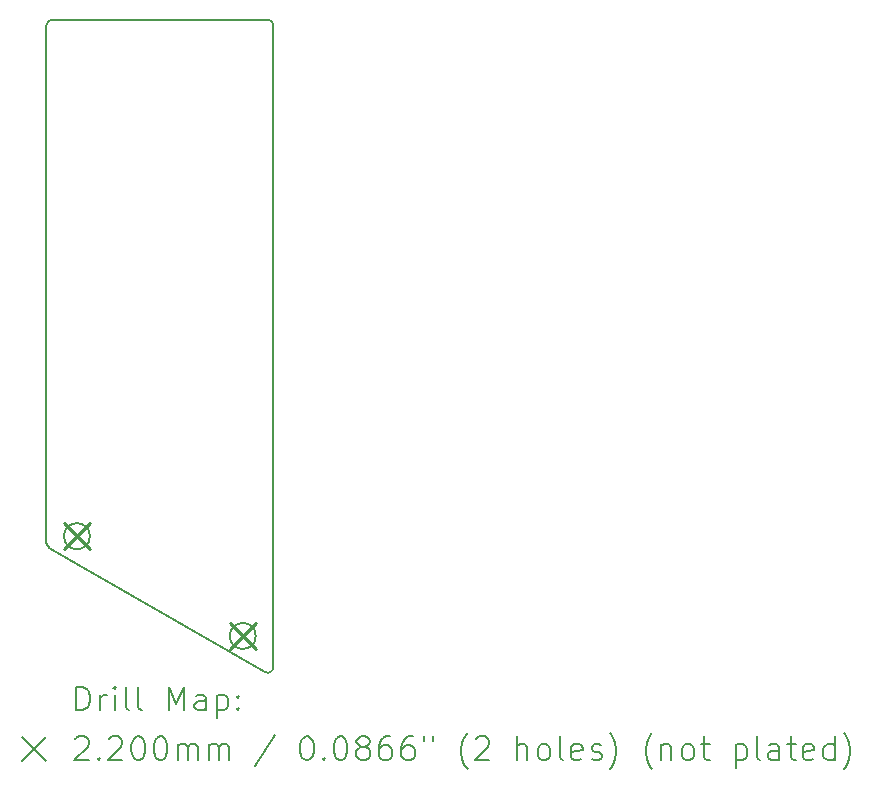
<source format=gbr>
%TF.GenerationSoftware,KiCad,Pcbnew,8.0.8+1*%
%TF.CreationDate,2025-07-09T06:01:45+00:00*%
%TF.ProjectId,controller_overlay,636f6e74-726f-46c6-9c65-725f6f766572,0.2*%
%TF.SameCoordinates,Original*%
%TF.FileFunction,Drillmap*%
%TF.FilePolarity,Positive*%
%FSLAX45Y45*%
G04 Gerber Fmt 4.5, Leading zero omitted, Abs format (unit mm)*
G04 Created by KiCad (PCBNEW 8.0.8+1) date 2025-07-09 06:01:45*
%MOMM*%
%LPD*%
G01*
G04 APERTURE LIST*
%ADD10C,0.150000*%
%ADD11C,0.200000*%
%ADD12C,0.220000*%
G04 APERTURE END LIST*
D10*
X20234800Y-10097815D02*
X20234800Y-5720250D01*
X20284800Y-5670250D02*
X22106800Y-5670250D01*
X22156800Y-5720250D02*
X22156800Y-11149748D01*
X22081800Y-11193049D02*
X20259800Y-10141117D01*
X20234800Y-5720250D02*
G75*
G02*
X20284800Y-5670250I50000J0D01*
G01*
X22106800Y-5670250D02*
G75*
G02*
X22156800Y-5720250I0J-50000D01*
G01*
X22156800Y-11149748D02*
G75*
G02*
X22081801Y-11193048I-50000J2D01*
G01*
X20259800Y-10141117D02*
G75*
G02*
X20234804Y-10097815I25000J43297D01*
G01*
X20602700Y-10043850D02*
G75*
G02*
X20382700Y-10043850I-110000J0D01*
G01*
X20382700Y-10043850D02*
G75*
G02*
X20602700Y-10043850I110000J0D01*
G01*
X22006900Y-10888250D02*
G75*
G02*
X21786900Y-10888250I-110000J0D01*
G01*
X21786900Y-10888250D02*
G75*
G02*
X22006900Y-10888250I110000J0D01*
G01*
D11*
D12*
X20382700Y-9933850D02*
X20602700Y-10153850D01*
X20602700Y-9933850D02*
X20382700Y-10153850D01*
X21786900Y-10778250D02*
X22006900Y-10998250D01*
X22006900Y-10778250D02*
X21786900Y-10998250D01*
D11*
X20488077Y-11518730D02*
X20488077Y-11318730D01*
X20488077Y-11318730D02*
X20535696Y-11318730D01*
X20535696Y-11318730D02*
X20564267Y-11328253D01*
X20564267Y-11328253D02*
X20583315Y-11347301D01*
X20583315Y-11347301D02*
X20592839Y-11366349D01*
X20592839Y-11366349D02*
X20602363Y-11404444D01*
X20602363Y-11404444D02*
X20602363Y-11433015D01*
X20602363Y-11433015D02*
X20592839Y-11471111D01*
X20592839Y-11471111D02*
X20583315Y-11490158D01*
X20583315Y-11490158D02*
X20564267Y-11509206D01*
X20564267Y-11509206D02*
X20535696Y-11518730D01*
X20535696Y-11518730D02*
X20488077Y-11518730D01*
X20688077Y-11518730D02*
X20688077Y-11385396D01*
X20688077Y-11423492D02*
X20697601Y-11404444D01*
X20697601Y-11404444D02*
X20707124Y-11394920D01*
X20707124Y-11394920D02*
X20726172Y-11385396D01*
X20726172Y-11385396D02*
X20745220Y-11385396D01*
X20811886Y-11518730D02*
X20811886Y-11385396D01*
X20811886Y-11318730D02*
X20802363Y-11328253D01*
X20802363Y-11328253D02*
X20811886Y-11337777D01*
X20811886Y-11337777D02*
X20821410Y-11328253D01*
X20821410Y-11328253D02*
X20811886Y-11318730D01*
X20811886Y-11318730D02*
X20811886Y-11337777D01*
X20935696Y-11518730D02*
X20916648Y-11509206D01*
X20916648Y-11509206D02*
X20907124Y-11490158D01*
X20907124Y-11490158D02*
X20907124Y-11318730D01*
X21040458Y-11518730D02*
X21021410Y-11509206D01*
X21021410Y-11509206D02*
X21011886Y-11490158D01*
X21011886Y-11490158D02*
X21011886Y-11318730D01*
X21269029Y-11518730D02*
X21269029Y-11318730D01*
X21269029Y-11318730D02*
X21335696Y-11461587D01*
X21335696Y-11461587D02*
X21402363Y-11318730D01*
X21402363Y-11318730D02*
X21402363Y-11518730D01*
X21583315Y-11518730D02*
X21583315Y-11413968D01*
X21583315Y-11413968D02*
X21573791Y-11394920D01*
X21573791Y-11394920D02*
X21554744Y-11385396D01*
X21554744Y-11385396D02*
X21516648Y-11385396D01*
X21516648Y-11385396D02*
X21497601Y-11394920D01*
X21583315Y-11509206D02*
X21564267Y-11518730D01*
X21564267Y-11518730D02*
X21516648Y-11518730D01*
X21516648Y-11518730D02*
X21497601Y-11509206D01*
X21497601Y-11509206D02*
X21488077Y-11490158D01*
X21488077Y-11490158D02*
X21488077Y-11471111D01*
X21488077Y-11471111D02*
X21497601Y-11452063D01*
X21497601Y-11452063D02*
X21516648Y-11442539D01*
X21516648Y-11442539D02*
X21564267Y-11442539D01*
X21564267Y-11442539D02*
X21583315Y-11433015D01*
X21678553Y-11385396D02*
X21678553Y-11585396D01*
X21678553Y-11394920D02*
X21697601Y-11385396D01*
X21697601Y-11385396D02*
X21735696Y-11385396D01*
X21735696Y-11385396D02*
X21754744Y-11394920D01*
X21754744Y-11394920D02*
X21764267Y-11404444D01*
X21764267Y-11404444D02*
X21773791Y-11423492D01*
X21773791Y-11423492D02*
X21773791Y-11480634D01*
X21773791Y-11480634D02*
X21764267Y-11499682D01*
X21764267Y-11499682D02*
X21754744Y-11509206D01*
X21754744Y-11509206D02*
X21735696Y-11518730D01*
X21735696Y-11518730D02*
X21697601Y-11518730D01*
X21697601Y-11518730D02*
X21678553Y-11509206D01*
X21859505Y-11499682D02*
X21869029Y-11509206D01*
X21869029Y-11509206D02*
X21859505Y-11518730D01*
X21859505Y-11518730D02*
X21849982Y-11509206D01*
X21849982Y-11509206D02*
X21859505Y-11499682D01*
X21859505Y-11499682D02*
X21859505Y-11518730D01*
X21859505Y-11394920D02*
X21869029Y-11404444D01*
X21869029Y-11404444D02*
X21859505Y-11413968D01*
X21859505Y-11413968D02*
X21849982Y-11404444D01*
X21849982Y-11404444D02*
X21859505Y-11394920D01*
X21859505Y-11394920D02*
X21859505Y-11413968D01*
X20027300Y-11747246D02*
X20227300Y-11947246D01*
X20227300Y-11747246D02*
X20027300Y-11947246D01*
X20478553Y-11757777D02*
X20488077Y-11748253D01*
X20488077Y-11748253D02*
X20507124Y-11738730D01*
X20507124Y-11738730D02*
X20554744Y-11738730D01*
X20554744Y-11738730D02*
X20573791Y-11748253D01*
X20573791Y-11748253D02*
X20583315Y-11757777D01*
X20583315Y-11757777D02*
X20592839Y-11776825D01*
X20592839Y-11776825D02*
X20592839Y-11795872D01*
X20592839Y-11795872D02*
X20583315Y-11824444D01*
X20583315Y-11824444D02*
X20469029Y-11938730D01*
X20469029Y-11938730D02*
X20592839Y-11938730D01*
X20678553Y-11919682D02*
X20688077Y-11929206D01*
X20688077Y-11929206D02*
X20678553Y-11938730D01*
X20678553Y-11938730D02*
X20669029Y-11929206D01*
X20669029Y-11929206D02*
X20678553Y-11919682D01*
X20678553Y-11919682D02*
X20678553Y-11938730D01*
X20764267Y-11757777D02*
X20773791Y-11748253D01*
X20773791Y-11748253D02*
X20792839Y-11738730D01*
X20792839Y-11738730D02*
X20840458Y-11738730D01*
X20840458Y-11738730D02*
X20859505Y-11748253D01*
X20859505Y-11748253D02*
X20869029Y-11757777D01*
X20869029Y-11757777D02*
X20878553Y-11776825D01*
X20878553Y-11776825D02*
X20878553Y-11795872D01*
X20878553Y-11795872D02*
X20869029Y-11824444D01*
X20869029Y-11824444D02*
X20754744Y-11938730D01*
X20754744Y-11938730D02*
X20878553Y-11938730D01*
X21002363Y-11738730D02*
X21021410Y-11738730D01*
X21021410Y-11738730D02*
X21040458Y-11748253D01*
X21040458Y-11748253D02*
X21049982Y-11757777D01*
X21049982Y-11757777D02*
X21059505Y-11776825D01*
X21059505Y-11776825D02*
X21069029Y-11814920D01*
X21069029Y-11814920D02*
X21069029Y-11862539D01*
X21069029Y-11862539D02*
X21059505Y-11900634D01*
X21059505Y-11900634D02*
X21049982Y-11919682D01*
X21049982Y-11919682D02*
X21040458Y-11929206D01*
X21040458Y-11929206D02*
X21021410Y-11938730D01*
X21021410Y-11938730D02*
X21002363Y-11938730D01*
X21002363Y-11938730D02*
X20983315Y-11929206D01*
X20983315Y-11929206D02*
X20973791Y-11919682D01*
X20973791Y-11919682D02*
X20964267Y-11900634D01*
X20964267Y-11900634D02*
X20954744Y-11862539D01*
X20954744Y-11862539D02*
X20954744Y-11814920D01*
X20954744Y-11814920D02*
X20964267Y-11776825D01*
X20964267Y-11776825D02*
X20973791Y-11757777D01*
X20973791Y-11757777D02*
X20983315Y-11748253D01*
X20983315Y-11748253D02*
X21002363Y-11738730D01*
X21192839Y-11738730D02*
X21211886Y-11738730D01*
X21211886Y-11738730D02*
X21230934Y-11748253D01*
X21230934Y-11748253D02*
X21240458Y-11757777D01*
X21240458Y-11757777D02*
X21249982Y-11776825D01*
X21249982Y-11776825D02*
X21259505Y-11814920D01*
X21259505Y-11814920D02*
X21259505Y-11862539D01*
X21259505Y-11862539D02*
X21249982Y-11900634D01*
X21249982Y-11900634D02*
X21240458Y-11919682D01*
X21240458Y-11919682D02*
X21230934Y-11929206D01*
X21230934Y-11929206D02*
X21211886Y-11938730D01*
X21211886Y-11938730D02*
X21192839Y-11938730D01*
X21192839Y-11938730D02*
X21173791Y-11929206D01*
X21173791Y-11929206D02*
X21164267Y-11919682D01*
X21164267Y-11919682D02*
X21154744Y-11900634D01*
X21154744Y-11900634D02*
X21145220Y-11862539D01*
X21145220Y-11862539D02*
X21145220Y-11814920D01*
X21145220Y-11814920D02*
X21154744Y-11776825D01*
X21154744Y-11776825D02*
X21164267Y-11757777D01*
X21164267Y-11757777D02*
X21173791Y-11748253D01*
X21173791Y-11748253D02*
X21192839Y-11738730D01*
X21345220Y-11938730D02*
X21345220Y-11805396D01*
X21345220Y-11824444D02*
X21354744Y-11814920D01*
X21354744Y-11814920D02*
X21373791Y-11805396D01*
X21373791Y-11805396D02*
X21402363Y-11805396D01*
X21402363Y-11805396D02*
X21421410Y-11814920D01*
X21421410Y-11814920D02*
X21430934Y-11833968D01*
X21430934Y-11833968D02*
X21430934Y-11938730D01*
X21430934Y-11833968D02*
X21440458Y-11814920D01*
X21440458Y-11814920D02*
X21459505Y-11805396D01*
X21459505Y-11805396D02*
X21488077Y-11805396D01*
X21488077Y-11805396D02*
X21507125Y-11814920D01*
X21507125Y-11814920D02*
X21516648Y-11833968D01*
X21516648Y-11833968D02*
X21516648Y-11938730D01*
X21611886Y-11938730D02*
X21611886Y-11805396D01*
X21611886Y-11824444D02*
X21621410Y-11814920D01*
X21621410Y-11814920D02*
X21640458Y-11805396D01*
X21640458Y-11805396D02*
X21669029Y-11805396D01*
X21669029Y-11805396D02*
X21688077Y-11814920D01*
X21688077Y-11814920D02*
X21697601Y-11833968D01*
X21697601Y-11833968D02*
X21697601Y-11938730D01*
X21697601Y-11833968D02*
X21707125Y-11814920D01*
X21707125Y-11814920D02*
X21726172Y-11805396D01*
X21726172Y-11805396D02*
X21754744Y-11805396D01*
X21754744Y-11805396D02*
X21773791Y-11814920D01*
X21773791Y-11814920D02*
X21783315Y-11833968D01*
X21783315Y-11833968D02*
X21783315Y-11938730D01*
X22173791Y-11729206D02*
X22002363Y-11986349D01*
X22430934Y-11738730D02*
X22449982Y-11738730D01*
X22449982Y-11738730D02*
X22469029Y-11748253D01*
X22469029Y-11748253D02*
X22478553Y-11757777D01*
X22478553Y-11757777D02*
X22488077Y-11776825D01*
X22488077Y-11776825D02*
X22497601Y-11814920D01*
X22497601Y-11814920D02*
X22497601Y-11862539D01*
X22497601Y-11862539D02*
X22488077Y-11900634D01*
X22488077Y-11900634D02*
X22478553Y-11919682D01*
X22478553Y-11919682D02*
X22469029Y-11929206D01*
X22469029Y-11929206D02*
X22449982Y-11938730D01*
X22449982Y-11938730D02*
X22430934Y-11938730D01*
X22430934Y-11938730D02*
X22411886Y-11929206D01*
X22411886Y-11929206D02*
X22402363Y-11919682D01*
X22402363Y-11919682D02*
X22392839Y-11900634D01*
X22392839Y-11900634D02*
X22383315Y-11862539D01*
X22383315Y-11862539D02*
X22383315Y-11814920D01*
X22383315Y-11814920D02*
X22392839Y-11776825D01*
X22392839Y-11776825D02*
X22402363Y-11757777D01*
X22402363Y-11757777D02*
X22411886Y-11748253D01*
X22411886Y-11748253D02*
X22430934Y-11738730D01*
X22583315Y-11919682D02*
X22592839Y-11929206D01*
X22592839Y-11929206D02*
X22583315Y-11938730D01*
X22583315Y-11938730D02*
X22573791Y-11929206D01*
X22573791Y-11929206D02*
X22583315Y-11919682D01*
X22583315Y-11919682D02*
X22583315Y-11938730D01*
X22716648Y-11738730D02*
X22735696Y-11738730D01*
X22735696Y-11738730D02*
X22754744Y-11748253D01*
X22754744Y-11748253D02*
X22764267Y-11757777D01*
X22764267Y-11757777D02*
X22773791Y-11776825D01*
X22773791Y-11776825D02*
X22783315Y-11814920D01*
X22783315Y-11814920D02*
X22783315Y-11862539D01*
X22783315Y-11862539D02*
X22773791Y-11900634D01*
X22773791Y-11900634D02*
X22764267Y-11919682D01*
X22764267Y-11919682D02*
X22754744Y-11929206D01*
X22754744Y-11929206D02*
X22735696Y-11938730D01*
X22735696Y-11938730D02*
X22716648Y-11938730D01*
X22716648Y-11938730D02*
X22697601Y-11929206D01*
X22697601Y-11929206D02*
X22688077Y-11919682D01*
X22688077Y-11919682D02*
X22678553Y-11900634D01*
X22678553Y-11900634D02*
X22669029Y-11862539D01*
X22669029Y-11862539D02*
X22669029Y-11814920D01*
X22669029Y-11814920D02*
X22678553Y-11776825D01*
X22678553Y-11776825D02*
X22688077Y-11757777D01*
X22688077Y-11757777D02*
X22697601Y-11748253D01*
X22697601Y-11748253D02*
X22716648Y-11738730D01*
X22897601Y-11824444D02*
X22878553Y-11814920D01*
X22878553Y-11814920D02*
X22869029Y-11805396D01*
X22869029Y-11805396D02*
X22859506Y-11786349D01*
X22859506Y-11786349D02*
X22859506Y-11776825D01*
X22859506Y-11776825D02*
X22869029Y-11757777D01*
X22869029Y-11757777D02*
X22878553Y-11748253D01*
X22878553Y-11748253D02*
X22897601Y-11738730D01*
X22897601Y-11738730D02*
X22935696Y-11738730D01*
X22935696Y-11738730D02*
X22954744Y-11748253D01*
X22954744Y-11748253D02*
X22964267Y-11757777D01*
X22964267Y-11757777D02*
X22973791Y-11776825D01*
X22973791Y-11776825D02*
X22973791Y-11786349D01*
X22973791Y-11786349D02*
X22964267Y-11805396D01*
X22964267Y-11805396D02*
X22954744Y-11814920D01*
X22954744Y-11814920D02*
X22935696Y-11824444D01*
X22935696Y-11824444D02*
X22897601Y-11824444D01*
X22897601Y-11824444D02*
X22878553Y-11833968D01*
X22878553Y-11833968D02*
X22869029Y-11843492D01*
X22869029Y-11843492D02*
X22859506Y-11862539D01*
X22859506Y-11862539D02*
X22859506Y-11900634D01*
X22859506Y-11900634D02*
X22869029Y-11919682D01*
X22869029Y-11919682D02*
X22878553Y-11929206D01*
X22878553Y-11929206D02*
X22897601Y-11938730D01*
X22897601Y-11938730D02*
X22935696Y-11938730D01*
X22935696Y-11938730D02*
X22954744Y-11929206D01*
X22954744Y-11929206D02*
X22964267Y-11919682D01*
X22964267Y-11919682D02*
X22973791Y-11900634D01*
X22973791Y-11900634D02*
X22973791Y-11862539D01*
X22973791Y-11862539D02*
X22964267Y-11843492D01*
X22964267Y-11843492D02*
X22954744Y-11833968D01*
X22954744Y-11833968D02*
X22935696Y-11824444D01*
X23145220Y-11738730D02*
X23107125Y-11738730D01*
X23107125Y-11738730D02*
X23088077Y-11748253D01*
X23088077Y-11748253D02*
X23078553Y-11757777D01*
X23078553Y-11757777D02*
X23059506Y-11786349D01*
X23059506Y-11786349D02*
X23049982Y-11824444D01*
X23049982Y-11824444D02*
X23049982Y-11900634D01*
X23049982Y-11900634D02*
X23059506Y-11919682D01*
X23059506Y-11919682D02*
X23069029Y-11929206D01*
X23069029Y-11929206D02*
X23088077Y-11938730D01*
X23088077Y-11938730D02*
X23126172Y-11938730D01*
X23126172Y-11938730D02*
X23145220Y-11929206D01*
X23145220Y-11929206D02*
X23154744Y-11919682D01*
X23154744Y-11919682D02*
X23164267Y-11900634D01*
X23164267Y-11900634D02*
X23164267Y-11853015D01*
X23164267Y-11853015D02*
X23154744Y-11833968D01*
X23154744Y-11833968D02*
X23145220Y-11824444D01*
X23145220Y-11824444D02*
X23126172Y-11814920D01*
X23126172Y-11814920D02*
X23088077Y-11814920D01*
X23088077Y-11814920D02*
X23069029Y-11824444D01*
X23069029Y-11824444D02*
X23059506Y-11833968D01*
X23059506Y-11833968D02*
X23049982Y-11853015D01*
X23335696Y-11738730D02*
X23297601Y-11738730D01*
X23297601Y-11738730D02*
X23278553Y-11748253D01*
X23278553Y-11748253D02*
X23269029Y-11757777D01*
X23269029Y-11757777D02*
X23249982Y-11786349D01*
X23249982Y-11786349D02*
X23240458Y-11824444D01*
X23240458Y-11824444D02*
X23240458Y-11900634D01*
X23240458Y-11900634D02*
X23249982Y-11919682D01*
X23249982Y-11919682D02*
X23259506Y-11929206D01*
X23259506Y-11929206D02*
X23278553Y-11938730D01*
X23278553Y-11938730D02*
X23316648Y-11938730D01*
X23316648Y-11938730D02*
X23335696Y-11929206D01*
X23335696Y-11929206D02*
X23345220Y-11919682D01*
X23345220Y-11919682D02*
X23354744Y-11900634D01*
X23354744Y-11900634D02*
X23354744Y-11853015D01*
X23354744Y-11853015D02*
X23345220Y-11833968D01*
X23345220Y-11833968D02*
X23335696Y-11824444D01*
X23335696Y-11824444D02*
X23316648Y-11814920D01*
X23316648Y-11814920D02*
X23278553Y-11814920D01*
X23278553Y-11814920D02*
X23259506Y-11824444D01*
X23259506Y-11824444D02*
X23249982Y-11833968D01*
X23249982Y-11833968D02*
X23240458Y-11853015D01*
X23430934Y-11738730D02*
X23430934Y-11776825D01*
X23507125Y-11738730D02*
X23507125Y-11776825D01*
X23802363Y-12014920D02*
X23792839Y-12005396D01*
X23792839Y-12005396D02*
X23773791Y-11976825D01*
X23773791Y-11976825D02*
X23764268Y-11957777D01*
X23764268Y-11957777D02*
X23754744Y-11929206D01*
X23754744Y-11929206D02*
X23745220Y-11881587D01*
X23745220Y-11881587D02*
X23745220Y-11843492D01*
X23745220Y-11843492D02*
X23754744Y-11795872D01*
X23754744Y-11795872D02*
X23764268Y-11767301D01*
X23764268Y-11767301D02*
X23773791Y-11748253D01*
X23773791Y-11748253D02*
X23792839Y-11719682D01*
X23792839Y-11719682D02*
X23802363Y-11710158D01*
X23869029Y-11757777D02*
X23878553Y-11748253D01*
X23878553Y-11748253D02*
X23897601Y-11738730D01*
X23897601Y-11738730D02*
X23945220Y-11738730D01*
X23945220Y-11738730D02*
X23964268Y-11748253D01*
X23964268Y-11748253D02*
X23973791Y-11757777D01*
X23973791Y-11757777D02*
X23983315Y-11776825D01*
X23983315Y-11776825D02*
X23983315Y-11795872D01*
X23983315Y-11795872D02*
X23973791Y-11824444D01*
X23973791Y-11824444D02*
X23859506Y-11938730D01*
X23859506Y-11938730D02*
X23983315Y-11938730D01*
X24221410Y-11938730D02*
X24221410Y-11738730D01*
X24307125Y-11938730D02*
X24307125Y-11833968D01*
X24307125Y-11833968D02*
X24297601Y-11814920D01*
X24297601Y-11814920D02*
X24278553Y-11805396D01*
X24278553Y-11805396D02*
X24249982Y-11805396D01*
X24249982Y-11805396D02*
X24230934Y-11814920D01*
X24230934Y-11814920D02*
X24221410Y-11824444D01*
X24430934Y-11938730D02*
X24411887Y-11929206D01*
X24411887Y-11929206D02*
X24402363Y-11919682D01*
X24402363Y-11919682D02*
X24392839Y-11900634D01*
X24392839Y-11900634D02*
X24392839Y-11843492D01*
X24392839Y-11843492D02*
X24402363Y-11824444D01*
X24402363Y-11824444D02*
X24411887Y-11814920D01*
X24411887Y-11814920D02*
X24430934Y-11805396D01*
X24430934Y-11805396D02*
X24459506Y-11805396D01*
X24459506Y-11805396D02*
X24478553Y-11814920D01*
X24478553Y-11814920D02*
X24488077Y-11824444D01*
X24488077Y-11824444D02*
X24497601Y-11843492D01*
X24497601Y-11843492D02*
X24497601Y-11900634D01*
X24497601Y-11900634D02*
X24488077Y-11919682D01*
X24488077Y-11919682D02*
X24478553Y-11929206D01*
X24478553Y-11929206D02*
X24459506Y-11938730D01*
X24459506Y-11938730D02*
X24430934Y-11938730D01*
X24611887Y-11938730D02*
X24592839Y-11929206D01*
X24592839Y-11929206D02*
X24583315Y-11910158D01*
X24583315Y-11910158D02*
X24583315Y-11738730D01*
X24764268Y-11929206D02*
X24745220Y-11938730D01*
X24745220Y-11938730D02*
X24707125Y-11938730D01*
X24707125Y-11938730D02*
X24688077Y-11929206D01*
X24688077Y-11929206D02*
X24678553Y-11910158D01*
X24678553Y-11910158D02*
X24678553Y-11833968D01*
X24678553Y-11833968D02*
X24688077Y-11814920D01*
X24688077Y-11814920D02*
X24707125Y-11805396D01*
X24707125Y-11805396D02*
X24745220Y-11805396D01*
X24745220Y-11805396D02*
X24764268Y-11814920D01*
X24764268Y-11814920D02*
X24773791Y-11833968D01*
X24773791Y-11833968D02*
X24773791Y-11853015D01*
X24773791Y-11853015D02*
X24678553Y-11872063D01*
X24849982Y-11929206D02*
X24869030Y-11938730D01*
X24869030Y-11938730D02*
X24907125Y-11938730D01*
X24907125Y-11938730D02*
X24926172Y-11929206D01*
X24926172Y-11929206D02*
X24935696Y-11910158D01*
X24935696Y-11910158D02*
X24935696Y-11900634D01*
X24935696Y-11900634D02*
X24926172Y-11881587D01*
X24926172Y-11881587D02*
X24907125Y-11872063D01*
X24907125Y-11872063D02*
X24878553Y-11872063D01*
X24878553Y-11872063D02*
X24859506Y-11862539D01*
X24859506Y-11862539D02*
X24849982Y-11843492D01*
X24849982Y-11843492D02*
X24849982Y-11833968D01*
X24849982Y-11833968D02*
X24859506Y-11814920D01*
X24859506Y-11814920D02*
X24878553Y-11805396D01*
X24878553Y-11805396D02*
X24907125Y-11805396D01*
X24907125Y-11805396D02*
X24926172Y-11814920D01*
X25002363Y-12014920D02*
X25011887Y-12005396D01*
X25011887Y-12005396D02*
X25030934Y-11976825D01*
X25030934Y-11976825D02*
X25040458Y-11957777D01*
X25040458Y-11957777D02*
X25049982Y-11929206D01*
X25049982Y-11929206D02*
X25059506Y-11881587D01*
X25059506Y-11881587D02*
X25059506Y-11843492D01*
X25059506Y-11843492D02*
X25049982Y-11795872D01*
X25049982Y-11795872D02*
X25040458Y-11767301D01*
X25040458Y-11767301D02*
X25030934Y-11748253D01*
X25030934Y-11748253D02*
X25011887Y-11719682D01*
X25011887Y-11719682D02*
X25002363Y-11710158D01*
X25364268Y-12014920D02*
X25354744Y-12005396D01*
X25354744Y-12005396D02*
X25335696Y-11976825D01*
X25335696Y-11976825D02*
X25326172Y-11957777D01*
X25326172Y-11957777D02*
X25316649Y-11929206D01*
X25316649Y-11929206D02*
X25307125Y-11881587D01*
X25307125Y-11881587D02*
X25307125Y-11843492D01*
X25307125Y-11843492D02*
X25316649Y-11795872D01*
X25316649Y-11795872D02*
X25326172Y-11767301D01*
X25326172Y-11767301D02*
X25335696Y-11748253D01*
X25335696Y-11748253D02*
X25354744Y-11719682D01*
X25354744Y-11719682D02*
X25364268Y-11710158D01*
X25440458Y-11805396D02*
X25440458Y-11938730D01*
X25440458Y-11824444D02*
X25449982Y-11814920D01*
X25449982Y-11814920D02*
X25469030Y-11805396D01*
X25469030Y-11805396D02*
X25497601Y-11805396D01*
X25497601Y-11805396D02*
X25516649Y-11814920D01*
X25516649Y-11814920D02*
X25526172Y-11833968D01*
X25526172Y-11833968D02*
X25526172Y-11938730D01*
X25649982Y-11938730D02*
X25630934Y-11929206D01*
X25630934Y-11929206D02*
X25621411Y-11919682D01*
X25621411Y-11919682D02*
X25611887Y-11900634D01*
X25611887Y-11900634D02*
X25611887Y-11843492D01*
X25611887Y-11843492D02*
X25621411Y-11824444D01*
X25621411Y-11824444D02*
X25630934Y-11814920D01*
X25630934Y-11814920D02*
X25649982Y-11805396D01*
X25649982Y-11805396D02*
X25678553Y-11805396D01*
X25678553Y-11805396D02*
X25697601Y-11814920D01*
X25697601Y-11814920D02*
X25707125Y-11824444D01*
X25707125Y-11824444D02*
X25716649Y-11843492D01*
X25716649Y-11843492D02*
X25716649Y-11900634D01*
X25716649Y-11900634D02*
X25707125Y-11919682D01*
X25707125Y-11919682D02*
X25697601Y-11929206D01*
X25697601Y-11929206D02*
X25678553Y-11938730D01*
X25678553Y-11938730D02*
X25649982Y-11938730D01*
X25773792Y-11805396D02*
X25849982Y-11805396D01*
X25802363Y-11738730D02*
X25802363Y-11910158D01*
X25802363Y-11910158D02*
X25811887Y-11929206D01*
X25811887Y-11929206D02*
X25830934Y-11938730D01*
X25830934Y-11938730D02*
X25849982Y-11938730D01*
X26069030Y-11805396D02*
X26069030Y-12005396D01*
X26069030Y-11814920D02*
X26088077Y-11805396D01*
X26088077Y-11805396D02*
X26126173Y-11805396D01*
X26126173Y-11805396D02*
X26145220Y-11814920D01*
X26145220Y-11814920D02*
X26154744Y-11824444D01*
X26154744Y-11824444D02*
X26164268Y-11843492D01*
X26164268Y-11843492D02*
X26164268Y-11900634D01*
X26164268Y-11900634D02*
X26154744Y-11919682D01*
X26154744Y-11919682D02*
X26145220Y-11929206D01*
X26145220Y-11929206D02*
X26126173Y-11938730D01*
X26126173Y-11938730D02*
X26088077Y-11938730D01*
X26088077Y-11938730D02*
X26069030Y-11929206D01*
X26278553Y-11938730D02*
X26259506Y-11929206D01*
X26259506Y-11929206D02*
X26249982Y-11910158D01*
X26249982Y-11910158D02*
X26249982Y-11738730D01*
X26440458Y-11938730D02*
X26440458Y-11833968D01*
X26440458Y-11833968D02*
X26430934Y-11814920D01*
X26430934Y-11814920D02*
X26411887Y-11805396D01*
X26411887Y-11805396D02*
X26373792Y-11805396D01*
X26373792Y-11805396D02*
X26354744Y-11814920D01*
X26440458Y-11929206D02*
X26421411Y-11938730D01*
X26421411Y-11938730D02*
X26373792Y-11938730D01*
X26373792Y-11938730D02*
X26354744Y-11929206D01*
X26354744Y-11929206D02*
X26345220Y-11910158D01*
X26345220Y-11910158D02*
X26345220Y-11891111D01*
X26345220Y-11891111D02*
X26354744Y-11872063D01*
X26354744Y-11872063D02*
X26373792Y-11862539D01*
X26373792Y-11862539D02*
X26421411Y-11862539D01*
X26421411Y-11862539D02*
X26440458Y-11853015D01*
X26507125Y-11805396D02*
X26583315Y-11805396D01*
X26535696Y-11738730D02*
X26535696Y-11910158D01*
X26535696Y-11910158D02*
X26545220Y-11929206D01*
X26545220Y-11929206D02*
X26564268Y-11938730D01*
X26564268Y-11938730D02*
X26583315Y-11938730D01*
X26726173Y-11929206D02*
X26707125Y-11938730D01*
X26707125Y-11938730D02*
X26669030Y-11938730D01*
X26669030Y-11938730D02*
X26649982Y-11929206D01*
X26649982Y-11929206D02*
X26640458Y-11910158D01*
X26640458Y-11910158D02*
X26640458Y-11833968D01*
X26640458Y-11833968D02*
X26649982Y-11814920D01*
X26649982Y-11814920D02*
X26669030Y-11805396D01*
X26669030Y-11805396D02*
X26707125Y-11805396D01*
X26707125Y-11805396D02*
X26726173Y-11814920D01*
X26726173Y-11814920D02*
X26735696Y-11833968D01*
X26735696Y-11833968D02*
X26735696Y-11853015D01*
X26735696Y-11853015D02*
X26640458Y-11872063D01*
X26907125Y-11938730D02*
X26907125Y-11738730D01*
X26907125Y-11929206D02*
X26888077Y-11938730D01*
X26888077Y-11938730D02*
X26849982Y-11938730D01*
X26849982Y-11938730D02*
X26830934Y-11929206D01*
X26830934Y-11929206D02*
X26821411Y-11919682D01*
X26821411Y-11919682D02*
X26811887Y-11900634D01*
X26811887Y-11900634D02*
X26811887Y-11843492D01*
X26811887Y-11843492D02*
X26821411Y-11824444D01*
X26821411Y-11824444D02*
X26830934Y-11814920D01*
X26830934Y-11814920D02*
X26849982Y-11805396D01*
X26849982Y-11805396D02*
X26888077Y-11805396D01*
X26888077Y-11805396D02*
X26907125Y-11814920D01*
X26983315Y-12014920D02*
X26992839Y-12005396D01*
X26992839Y-12005396D02*
X27011887Y-11976825D01*
X27011887Y-11976825D02*
X27021411Y-11957777D01*
X27021411Y-11957777D02*
X27030934Y-11929206D01*
X27030934Y-11929206D02*
X27040458Y-11881587D01*
X27040458Y-11881587D02*
X27040458Y-11843492D01*
X27040458Y-11843492D02*
X27030934Y-11795872D01*
X27030934Y-11795872D02*
X27021411Y-11767301D01*
X27021411Y-11767301D02*
X27011887Y-11748253D01*
X27011887Y-11748253D02*
X26992839Y-11719682D01*
X26992839Y-11719682D02*
X26983315Y-11710158D01*
M02*

</source>
